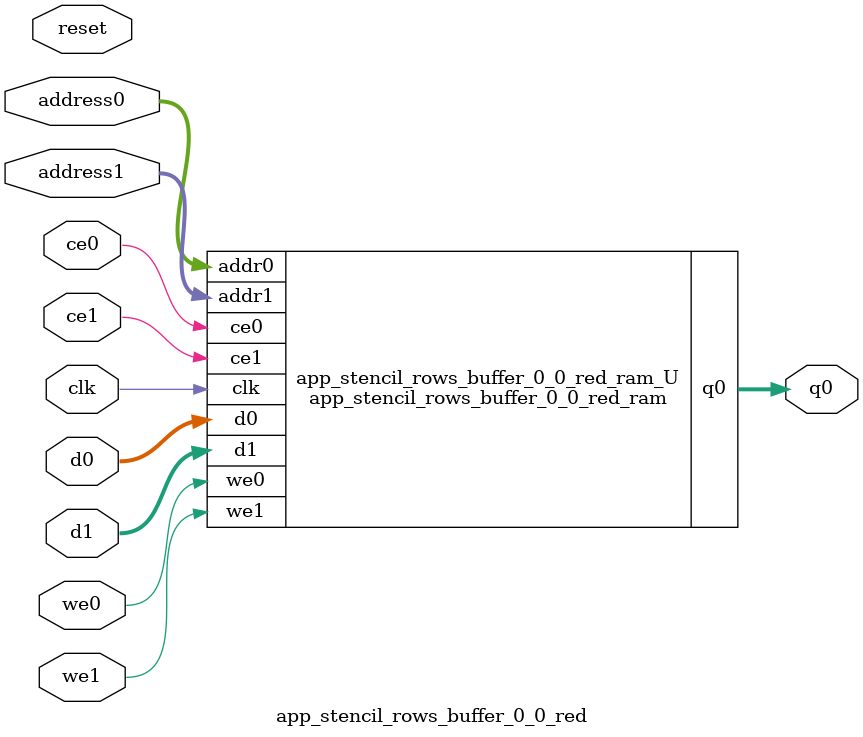
<source format=v>

`timescale 1 ns / 1 ps
module app_stencil_rows_buffer_0_0_red_ram (addr0, ce0, d0, we0, q0, addr1, ce1, d1, we1,  clk);

parameter DWIDTH = 8;
parameter AWIDTH = 4;
parameter MEM_SIZE = 16;

input[AWIDTH-1:0] addr0;
input ce0;
input[DWIDTH-1:0] d0;
input we0;
output reg[DWIDTH-1:0] q0;
input[AWIDTH-1:0] addr1;
input ce1;
input[DWIDTH-1:0] d1;
input we1;
input clk;

(* ram_style = "block" *)reg [DWIDTH-1:0] ram[0:MEM_SIZE-1];




always @(posedge clk)  
begin 
    if (ce0) 
    begin
        if (we0) 
        begin 
            ram[addr0] <= d0; 
            q0 <= d0;
        end 
        else 
            q0 <= ram[addr0];
    end
end


always @(posedge clk)  
begin 
    if (ce1) 
    begin
        if (we1) 
        begin 
            ram[addr1] <= d1; 
        end 
    end
end


endmodule


`timescale 1 ns / 1 ps
module app_stencil_rows_buffer_0_0_red(
    reset,
    clk,
    address0,
    ce0,
    we0,
    d0,
    q0,
    address1,
    ce1,
    we1,
    d1);

parameter DataWidth = 32'd8;
parameter AddressRange = 32'd16;
parameter AddressWidth = 32'd4;
input reset;
input clk;
input[AddressWidth - 1:0] address0;
input ce0;
input we0;
input[DataWidth - 1:0] d0;
output[DataWidth - 1:0] q0;
input[AddressWidth - 1:0] address1;
input ce1;
input we1;
input[DataWidth - 1:0] d1;



app_stencil_rows_buffer_0_0_red_ram app_stencil_rows_buffer_0_0_red_ram_U(
    .clk( clk ),
    .addr0( address0 ),
    .ce0( ce0 ),
    .d0( d0 ),
    .we0( we0 ),
    .q0( q0 ),
    .addr1( address1 ),
    .ce1( ce1 ),
    .d1( d1 ),
    .we1( we1 ));

endmodule


</source>
